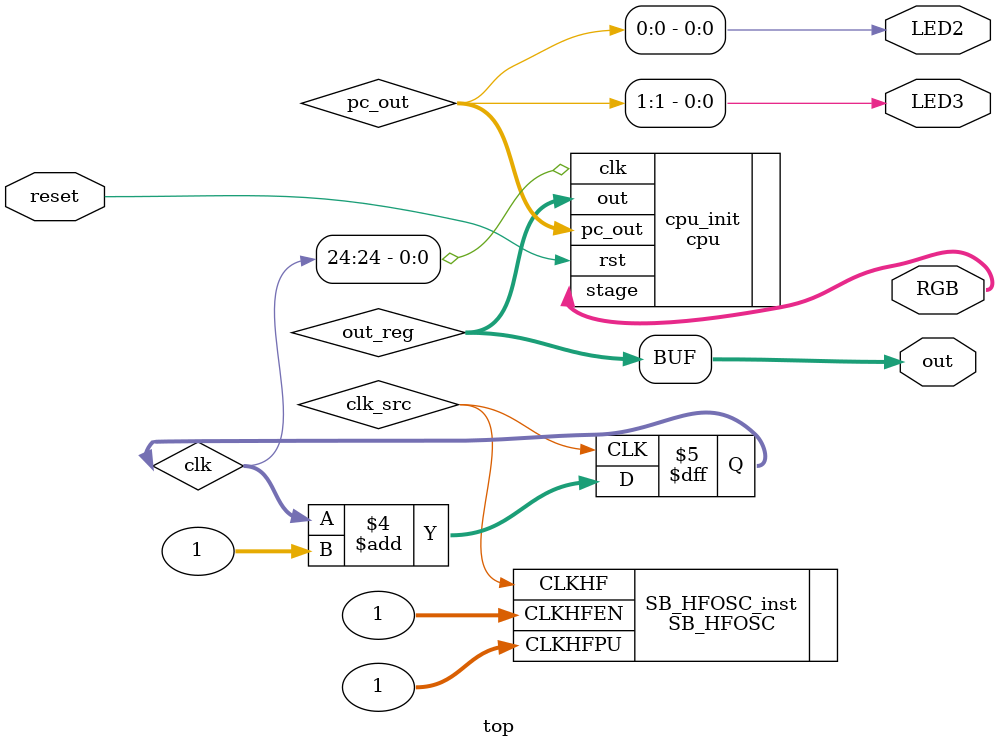
<source format=v>
`default_nettype none
`include "cpu.v"

module top(input reset, output [15:0] out, output [2:0] RGB, output LED2, LED3);
    wire clk_src;
    reg [31:0] clk;
    reg [15:0] out_reg;
    reg [1:0] pc_out;

    assign out = out_reg;
    assign LED2 = pc_out[0];
    assign LED3 = pc_out[1];

    SB_HFOSC SB_HFOSC_inst(
      .CLKHFEN(1),
      .CLKHFPU(1),
      .CLKHF(clk_src)
   );

    cpu cpu_init(.clk(clk[24]), .rst(reset), .out(out_reg), .stage(RGB), .pc_out(pc_out));
    
    always @(posedge clk_src) begin 
        if (reset) begin 
            clk <= 0;
        end
        clk <= clk + 1;
    end
endmodule
</source>
